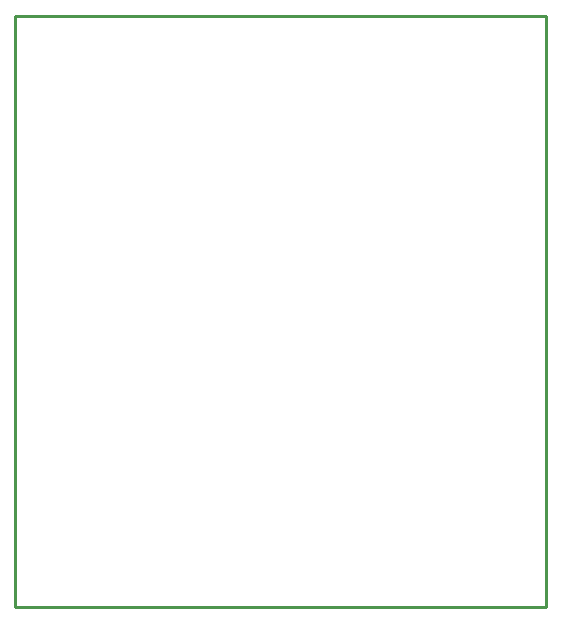
<source format=gbr>
G04 #@! TF.FileFunction,Profile,NP*
%FSLAX46Y46*%
G04 Gerber Fmt 4.6, Leading zero omitted, Abs format (unit mm)*
G04 Created by KiCad (PCBNEW 4.0.1-3.201512221401+6198~38~ubuntu15.10.1-stable) date Thu 31 Mar 2016 02:37:57 PM EEST*
%MOMM*%
G01*
G04 APERTURE LIST*
%ADD10C,0.100000*%
%ADD11C,0.254000*%
G04 APERTURE END LIST*
D10*
D11*
X125000000Y-120000000D02*
X125000000Y-70000000D01*
X170000000Y-120000000D02*
X125000000Y-120000000D01*
X170000000Y-70000000D02*
X170000000Y-120000000D01*
X125000000Y-70000000D02*
X170000000Y-70000000D01*
M02*

</source>
